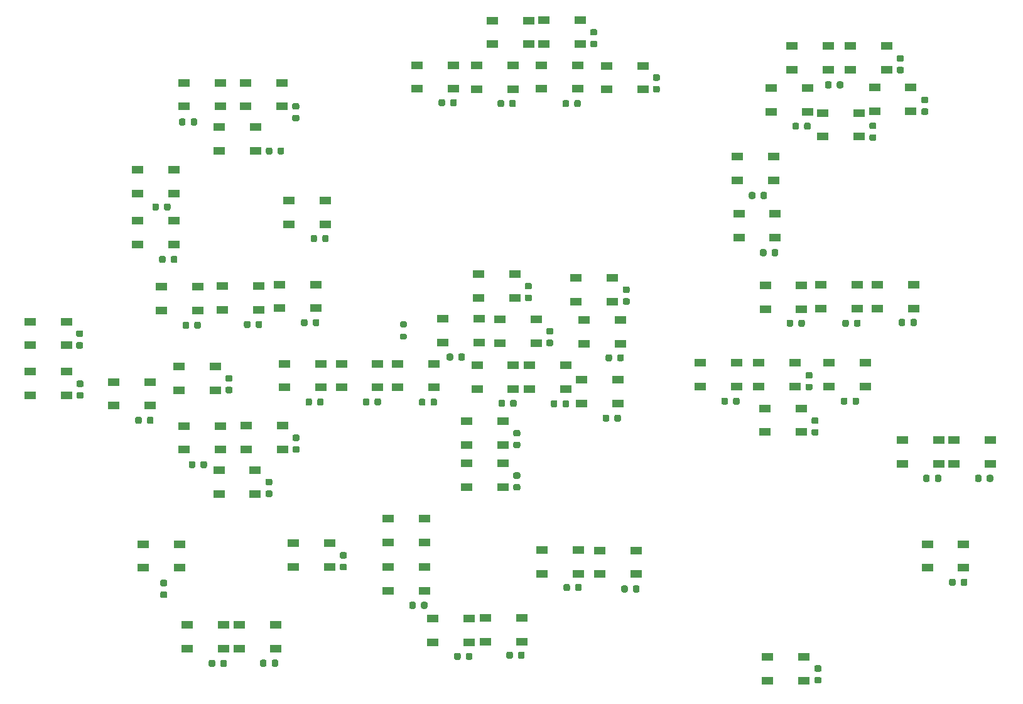
<source format=gbr>
G04 #@! TF.GenerationSoftware,KiCad,Pcbnew,(5.1.6)-1*
G04 #@! TF.CreationDate,2021-02-10T21:53:07+11:00*
G04 #@! TF.ProjectId,ECS Panel PCB V2,45435320-5061-46e6-956c-205043422056,rev?*
G04 #@! TF.SameCoordinates,Original*
G04 #@! TF.FileFunction,Paste,Top*
G04 #@! TF.FilePolarity,Positive*
%FSLAX46Y46*%
G04 Gerber Fmt 4.6, Leading zero omitted, Abs format (unit mm)*
G04 Created by KiCad (PCBNEW (5.1.6)-1) date 2021-02-10 21:53:07*
%MOMM*%
%LPD*%
G01*
G04 APERTURE LIST*
%ADD10R,1.500000X1.000000*%
G04 APERTURE END LIST*
D10*
G04 #@! TO.C,D8*
X49213600Y-82804200D03*
X49213600Y-86004200D03*
X54113600Y-82804200D03*
X54113600Y-86004200D03*
G04 #@! TD*
G04 #@! TO.C,C62*
G36*
G01*
X89043750Y-130862000D02*
X89556250Y-130862000D01*
G75*
G02*
X89775000Y-131080750I0J-218750D01*
G01*
X89775000Y-131518250D01*
G75*
G02*
X89556250Y-131737000I-218750J0D01*
G01*
X89043750Y-131737000D01*
G75*
G02*
X88825000Y-131518250I0J218750D01*
G01*
X88825000Y-131080750D01*
G75*
G02*
X89043750Y-130862000I218750J0D01*
G01*
G37*
G36*
G01*
X89043750Y-129287000D02*
X89556250Y-129287000D01*
G75*
G02*
X89775000Y-129505750I0J-218750D01*
G01*
X89775000Y-129943250D01*
G75*
G02*
X89556250Y-130162000I-218750J0D01*
G01*
X89043750Y-130162000D01*
G75*
G02*
X88825000Y-129943250I0J218750D01*
G01*
X88825000Y-129505750D01*
G75*
G02*
X89043750Y-129287000I218750J0D01*
G01*
G37*
G04 #@! TD*
G04 #@! TO.C,C61*
G36*
G01*
X89043750Y-125162000D02*
X89556250Y-125162000D01*
G75*
G02*
X89775000Y-125380750I0J-218750D01*
G01*
X89775000Y-125818250D01*
G75*
G02*
X89556250Y-126037000I-218750J0D01*
G01*
X89043750Y-126037000D01*
G75*
G02*
X88825000Y-125818250I0J218750D01*
G01*
X88825000Y-125380750D01*
G75*
G02*
X89043750Y-125162000I218750J0D01*
G01*
G37*
G36*
G01*
X89043750Y-123587000D02*
X89556250Y-123587000D01*
G75*
G02*
X89775000Y-123805750I0J-218750D01*
G01*
X89775000Y-124243250D01*
G75*
G02*
X89556250Y-124462000I-218750J0D01*
G01*
X89043750Y-124462000D01*
G75*
G02*
X88825000Y-124243250I0J218750D01*
G01*
X88825000Y-123805750D01*
G75*
G02*
X89043750Y-123587000I218750J0D01*
G01*
G37*
G04 #@! TD*
G04 #@! TO.C,C60*
G36*
G01*
X56262500Y-155256250D02*
X56262500Y-154743750D01*
G75*
G02*
X56481250Y-154525000I218750J0D01*
G01*
X56918750Y-154525000D01*
G75*
G02*
X57137500Y-154743750I0J-218750D01*
G01*
X57137500Y-155256250D01*
G75*
G02*
X56918750Y-155475000I-218750J0D01*
G01*
X56481250Y-155475000D01*
G75*
G02*
X56262500Y-155256250I0J218750D01*
G01*
G37*
G36*
G01*
X54687500Y-155256250D02*
X54687500Y-154743750D01*
G75*
G02*
X54906250Y-154525000I218750J0D01*
G01*
X55343750Y-154525000D01*
G75*
G02*
X55562500Y-154743750I0J-218750D01*
G01*
X55562500Y-155256250D01*
G75*
G02*
X55343750Y-155475000I-218750J0D01*
G01*
X54906250Y-155475000D01*
G75*
G02*
X54687500Y-155256250I0J218750D01*
G01*
G37*
G04 #@! TD*
G04 #@! TO.C,C59*
G36*
G01*
X123662000Y-99956250D02*
X123662000Y-99443750D01*
G75*
G02*
X123880750Y-99225000I218750J0D01*
G01*
X124318250Y-99225000D01*
G75*
G02*
X124537000Y-99443750I0J-218750D01*
G01*
X124537000Y-99956250D01*
G75*
G02*
X124318250Y-100175000I-218750J0D01*
G01*
X123880750Y-100175000D01*
G75*
G02*
X123662000Y-99956250I0J218750D01*
G01*
G37*
G36*
G01*
X122087000Y-99956250D02*
X122087000Y-99443750D01*
G75*
G02*
X122305750Y-99225000I218750J0D01*
G01*
X122743250Y-99225000D01*
G75*
G02*
X122962000Y-99443750I0J-218750D01*
G01*
X122962000Y-99956250D01*
G75*
G02*
X122743250Y-100175000I-218750J0D01*
G01*
X122305750Y-100175000D01*
G75*
G02*
X122087000Y-99956250I0J218750D01*
G01*
G37*
G04 #@! TD*
G04 #@! TO.C,C58*
G36*
G01*
X134762000Y-109456250D02*
X134762000Y-108943750D01*
G75*
G02*
X134980750Y-108725000I218750J0D01*
G01*
X135418250Y-108725000D01*
G75*
G02*
X135637000Y-108943750I0J-218750D01*
G01*
X135637000Y-109456250D01*
G75*
G02*
X135418250Y-109675000I-218750J0D01*
G01*
X134980750Y-109675000D01*
G75*
G02*
X134762000Y-109456250I0J218750D01*
G01*
G37*
G36*
G01*
X133187000Y-109456250D02*
X133187000Y-108943750D01*
G75*
G02*
X133405750Y-108725000I218750J0D01*
G01*
X133843250Y-108725000D01*
G75*
G02*
X134062000Y-108943750I0J-218750D01*
G01*
X134062000Y-109456250D01*
G75*
G02*
X133843250Y-109675000I-218750J0D01*
G01*
X133405750Y-109675000D01*
G75*
G02*
X133187000Y-109456250I0J218750D01*
G01*
G37*
G04 #@! TD*
G04 #@! TO.C,C57*
G36*
G01*
X142362000Y-109356250D02*
X142362000Y-108843750D01*
G75*
G02*
X142580750Y-108625000I218750J0D01*
G01*
X143018250Y-108625000D01*
G75*
G02*
X143237000Y-108843750I0J-218750D01*
G01*
X143237000Y-109356250D01*
G75*
G02*
X143018250Y-109575000I-218750J0D01*
G01*
X142580750Y-109575000D01*
G75*
G02*
X142362000Y-109356250I0J218750D01*
G01*
G37*
G36*
G01*
X140787000Y-109356250D02*
X140787000Y-108843750D01*
G75*
G02*
X141005750Y-108625000I218750J0D01*
G01*
X141443250Y-108625000D01*
G75*
G02*
X141662000Y-108843750I0J-218750D01*
G01*
X141662000Y-109356250D01*
G75*
G02*
X141443250Y-109575000I-218750J0D01*
G01*
X141005750Y-109575000D01*
G75*
G02*
X140787000Y-109356250I0J218750D01*
G01*
G37*
G04 #@! TD*
G04 #@! TO.C,C56*
G36*
G01*
X122162000Y-92256250D02*
X122162000Y-91743750D01*
G75*
G02*
X122380750Y-91525000I218750J0D01*
G01*
X122818250Y-91525000D01*
G75*
G02*
X123037000Y-91743750I0J-218750D01*
G01*
X123037000Y-92256250D01*
G75*
G02*
X122818250Y-92475000I-218750J0D01*
G01*
X122380750Y-92475000D01*
G75*
G02*
X122162000Y-92256250I0J218750D01*
G01*
G37*
G36*
G01*
X120587000Y-92256250D02*
X120587000Y-91743750D01*
G75*
G02*
X120805750Y-91525000I218750J0D01*
G01*
X121243250Y-91525000D01*
G75*
G02*
X121462000Y-91743750I0J-218750D01*
G01*
X121462000Y-92256250D01*
G75*
G02*
X121243250Y-92475000I-218750J0D01*
G01*
X120805750Y-92475000D01*
G75*
G02*
X120587000Y-92256250I0J218750D01*
G01*
G37*
G04 #@! TD*
G04 #@! TO.C,C55*
G36*
G01*
X137043750Y-83762500D02*
X137556250Y-83762500D01*
G75*
G02*
X137775000Y-83981250I0J-218750D01*
G01*
X137775000Y-84418750D01*
G75*
G02*
X137556250Y-84637500I-218750J0D01*
G01*
X137043750Y-84637500D01*
G75*
G02*
X136825000Y-84418750I0J218750D01*
G01*
X136825000Y-83981250D01*
G75*
G02*
X137043750Y-83762500I218750J0D01*
G01*
G37*
G36*
G01*
X137043750Y-82187500D02*
X137556250Y-82187500D01*
G75*
G02*
X137775000Y-82406250I0J-218750D01*
G01*
X137775000Y-82843750D01*
G75*
G02*
X137556250Y-83062500I-218750J0D01*
G01*
X137043750Y-83062500D01*
G75*
G02*
X136825000Y-82843750I0J218750D01*
G01*
X136825000Y-82406250D01*
G75*
G02*
X137043750Y-82187500I218750J0D01*
G01*
G37*
G04 #@! TD*
G04 #@! TO.C,C54*
G36*
G01*
X144043750Y-80262500D02*
X144556250Y-80262500D01*
G75*
G02*
X144775000Y-80481250I0J-218750D01*
G01*
X144775000Y-80918750D01*
G75*
G02*
X144556250Y-81137500I-218750J0D01*
G01*
X144043750Y-81137500D01*
G75*
G02*
X143825000Y-80918750I0J218750D01*
G01*
X143825000Y-80481250D01*
G75*
G02*
X144043750Y-80262500I218750J0D01*
G01*
G37*
G36*
G01*
X144043750Y-78687500D02*
X144556250Y-78687500D01*
G75*
G02*
X144775000Y-78906250I0J-218750D01*
G01*
X144775000Y-79343750D01*
G75*
G02*
X144556250Y-79562500I-218750J0D01*
G01*
X144043750Y-79562500D01*
G75*
G02*
X143825000Y-79343750I0J218750D01*
G01*
X143825000Y-78906250D01*
G75*
G02*
X144043750Y-78687500I218750J0D01*
G01*
G37*
G04 #@! TD*
G04 #@! TO.C,C53*
G36*
G01*
X140743750Y-74662500D02*
X141256250Y-74662500D01*
G75*
G02*
X141475000Y-74881250I0J-218750D01*
G01*
X141475000Y-75318750D01*
G75*
G02*
X141256250Y-75537500I-218750J0D01*
G01*
X140743750Y-75537500D01*
G75*
G02*
X140525000Y-75318750I0J218750D01*
G01*
X140525000Y-74881250D01*
G75*
G02*
X140743750Y-74662500I218750J0D01*
G01*
G37*
G36*
G01*
X140743750Y-73087500D02*
X141256250Y-73087500D01*
G75*
G02*
X141475000Y-73306250I0J-218750D01*
G01*
X141475000Y-73743750D01*
G75*
G02*
X141256250Y-73962500I-218750J0D01*
G01*
X140743750Y-73962500D01*
G75*
G02*
X140525000Y-73743750I0J218750D01*
G01*
X140525000Y-73306250D01*
G75*
G02*
X140743750Y-73087500I218750J0D01*
G01*
G37*
G04 #@! TD*
G04 #@! TO.C,C52*
G36*
G01*
X131738000Y-76843750D02*
X131738000Y-77356250D01*
G75*
G02*
X131519250Y-77575000I-218750J0D01*
G01*
X131081750Y-77575000D01*
G75*
G02*
X130863000Y-77356250I0J218750D01*
G01*
X130863000Y-76843750D01*
G75*
G02*
X131081750Y-76625000I218750J0D01*
G01*
X131519250Y-76625000D01*
G75*
G02*
X131738000Y-76843750I0J-218750D01*
G01*
G37*
G36*
G01*
X133313000Y-76843750D02*
X133313000Y-77356250D01*
G75*
G02*
X133094250Y-77575000I-218750J0D01*
G01*
X132656750Y-77575000D01*
G75*
G02*
X132438000Y-77356250I0J218750D01*
G01*
X132438000Y-76843750D01*
G75*
G02*
X132656750Y-76625000I218750J0D01*
G01*
X133094250Y-76625000D01*
G75*
G02*
X133313000Y-76843750I0J-218750D01*
G01*
G37*
G04 #@! TD*
G04 #@! TO.C,C51*
G36*
G01*
X127262000Y-109456250D02*
X127262000Y-108943750D01*
G75*
G02*
X127480750Y-108725000I218750J0D01*
G01*
X127918250Y-108725000D01*
G75*
G02*
X128137000Y-108943750I0J-218750D01*
G01*
X128137000Y-109456250D01*
G75*
G02*
X127918250Y-109675000I-218750J0D01*
G01*
X127480750Y-109675000D01*
G75*
G02*
X127262000Y-109456250I0J218750D01*
G01*
G37*
G36*
G01*
X125687000Y-109456250D02*
X125687000Y-108943750D01*
G75*
G02*
X125905750Y-108725000I218750J0D01*
G01*
X126343250Y-108725000D01*
G75*
G02*
X126562000Y-108943750I0J-218750D01*
G01*
X126562000Y-109456250D01*
G75*
G02*
X126343250Y-109675000I-218750J0D01*
G01*
X125905750Y-109675000D01*
G75*
G02*
X125687000Y-109456250I0J218750D01*
G01*
G37*
G04 #@! TD*
G04 #@! TO.C,C50*
G36*
G01*
X129643750Y-156862000D02*
X130156250Y-156862000D01*
G75*
G02*
X130375000Y-157080750I0J-218750D01*
G01*
X130375000Y-157518250D01*
G75*
G02*
X130156250Y-157737000I-218750J0D01*
G01*
X129643750Y-157737000D01*
G75*
G02*
X129425000Y-157518250I0J218750D01*
G01*
X129425000Y-157080750D01*
G75*
G02*
X129643750Y-156862000I218750J0D01*
G01*
G37*
G36*
G01*
X129643750Y-155287000D02*
X130156250Y-155287000D01*
G75*
G02*
X130375000Y-155505750I0J-218750D01*
G01*
X130375000Y-155943250D01*
G75*
G02*
X130156250Y-156162000I-218750J0D01*
G01*
X129643750Y-156162000D01*
G75*
G02*
X129425000Y-155943250I0J218750D01*
G01*
X129425000Y-155505750D01*
G75*
G02*
X129643750Y-155287000I218750J0D01*
G01*
G37*
G04 #@! TD*
G04 #@! TO.C,C49*
G36*
G01*
X149162000Y-144356250D02*
X149162000Y-143843750D01*
G75*
G02*
X149380750Y-143625000I218750J0D01*
G01*
X149818250Y-143625000D01*
G75*
G02*
X150037000Y-143843750I0J-218750D01*
G01*
X150037000Y-144356250D01*
G75*
G02*
X149818250Y-144575000I-218750J0D01*
G01*
X149380750Y-144575000D01*
G75*
G02*
X149162000Y-144356250I0J218750D01*
G01*
G37*
G36*
G01*
X147587000Y-144356250D02*
X147587000Y-143843750D01*
G75*
G02*
X147805750Y-143625000I218750J0D01*
G01*
X148243250Y-143625000D01*
G75*
G02*
X148462000Y-143843750I0J-218750D01*
G01*
X148462000Y-144356250D01*
G75*
G02*
X148243250Y-144575000I-218750J0D01*
G01*
X147805750Y-144575000D01*
G75*
G02*
X147587000Y-144356250I0J218750D01*
G01*
G37*
G04 #@! TD*
G04 #@! TO.C,C48*
G36*
G01*
X152662000Y-130356250D02*
X152662000Y-129843750D01*
G75*
G02*
X152880750Y-129625000I218750J0D01*
G01*
X153318250Y-129625000D01*
G75*
G02*
X153537000Y-129843750I0J-218750D01*
G01*
X153537000Y-130356250D01*
G75*
G02*
X153318250Y-130575000I-218750J0D01*
G01*
X152880750Y-130575000D01*
G75*
G02*
X152662000Y-130356250I0J218750D01*
G01*
G37*
G36*
G01*
X151087000Y-130356250D02*
X151087000Y-129843750D01*
G75*
G02*
X151305750Y-129625000I218750J0D01*
G01*
X151743250Y-129625000D01*
G75*
G02*
X151962000Y-129843750I0J-218750D01*
G01*
X151962000Y-130356250D01*
G75*
G02*
X151743250Y-130575000I-218750J0D01*
G01*
X151305750Y-130575000D01*
G75*
G02*
X151087000Y-130356250I0J218750D01*
G01*
G37*
G04 #@! TD*
G04 #@! TO.C,C47*
G36*
G01*
X134562000Y-119956250D02*
X134562000Y-119443750D01*
G75*
G02*
X134780750Y-119225000I218750J0D01*
G01*
X135218250Y-119225000D01*
G75*
G02*
X135437000Y-119443750I0J-218750D01*
G01*
X135437000Y-119956250D01*
G75*
G02*
X135218250Y-120175000I-218750J0D01*
G01*
X134780750Y-120175000D01*
G75*
G02*
X134562000Y-119956250I0J218750D01*
G01*
G37*
G36*
G01*
X132987000Y-119956250D02*
X132987000Y-119443750D01*
G75*
G02*
X133205750Y-119225000I218750J0D01*
G01*
X133643250Y-119225000D01*
G75*
G02*
X133862000Y-119443750I0J-218750D01*
G01*
X133862000Y-119956250D01*
G75*
G02*
X133643250Y-120175000I-218750J0D01*
G01*
X133205750Y-120175000D01*
G75*
G02*
X132987000Y-119956250I0J218750D01*
G01*
G37*
G04 #@! TD*
G04 #@! TO.C,C46*
G36*
G01*
X128443750Y-117362000D02*
X128956250Y-117362000D01*
G75*
G02*
X129175000Y-117580750I0J-218750D01*
G01*
X129175000Y-118018250D01*
G75*
G02*
X128956250Y-118237000I-218750J0D01*
G01*
X128443750Y-118237000D01*
G75*
G02*
X128225000Y-118018250I0J218750D01*
G01*
X128225000Y-117580750D01*
G75*
G02*
X128443750Y-117362000I218750J0D01*
G01*
G37*
G36*
G01*
X128443750Y-115787000D02*
X128956250Y-115787000D01*
G75*
G02*
X129175000Y-116005750I0J-218750D01*
G01*
X129175000Y-116443250D01*
G75*
G02*
X128956250Y-116662000I-218750J0D01*
G01*
X128443750Y-116662000D01*
G75*
G02*
X128225000Y-116443250I0J218750D01*
G01*
X128225000Y-116005750D01*
G75*
G02*
X128443750Y-115787000I218750J0D01*
G01*
G37*
G04 #@! TD*
G04 #@! TO.C,C45*
G36*
G01*
X145662000Y-130356250D02*
X145662000Y-129843750D01*
G75*
G02*
X145880750Y-129625000I218750J0D01*
G01*
X146318250Y-129625000D01*
G75*
G02*
X146537000Y-129843750I0J-218750D01*
G01*
X146537000Y-130356250D01*
G75*
G02*
X146318250Y-130575000I-218750J0D01*
G01*
X145880750Y-130575000D01*
G75*
G02*
X145662000Y-130356250I0J218750D01*
G01*
G37*
G36*
G01*
X144087000Y-130356250D02*
X144087000Y-129843750D01*
G75*
G02*
X144305750Y-129625000I218750J0D01*
G01*
X144743250Y-129625000D01*
G75*
G02*
X144962000Y-129843750I0J-218750D01*
G01*
X144962000Y-130356250D01*
G75*
G02*
X144743250Y-130575000I-218750J0D01*
G01*
X144305750Y-130575000D01*
G75*
G02*
X144087000Y-130356250I0J218750D01*
G01*
G37*
G04 #@! TD*
G04 #@! TO.C,C44*
G36*
G01*
X129243750Y-123462000D02*
X129756250Y-123462000D01*
G75*
G02*
X129975000Y-123680750I0J-218750D01*
G01*
X129975000Y-124118250D01*
G75*
G02*
X129756250Y-124337000I-218750J0D01*
G01*
X129243750Y-124337000D01*
G75*
G02*
X129025000Y-124118250I0J218750D01*
G01*
X129025000Y-123680750D01*
G75*
G02*
X129243750Y-123462000I218750J0D01*
G01*
G37*
G36*
G01*
X129243750Y-121887000D02*
X129756250Y-121887000D01*
G75*
G02*
X129975000Y-122105750I0J-218750D01*
G01*
X129975000Y-122543250D01*
G75*
G02*
X129756250Y-122762000I-218750J0D01*
G01*
X129243750Y-122762000D01*
G75*
G02*
X129025000Y-122543250I0J218750D01*
G01*
X129025000Y-122105750D01*
G75*
G02*
X129243750Y-121887000I218750J0D01*
G01*
G37*
G04 #@! TD*
G04 #@! TO.C,C43*
G36*
G01*
X118462000Y-119956250D02*
X118462000Y-119443750D01*
G75*
G02*
X118680750Y-119225000I218750J0D01*
G01*
X119118250Y-119225000D01*
G75*
G02*
X119337000Y-119443750I0J-218750D01*
G01*
X119337000Y-119956250D01*
G75*
G02*
X119118250Y-120175000I-218750J0D01*
G01*
X118680750Y-120175000D01*
G75*
G02*
X118462000Y-119956250I0J218750D01*
G01*
G37*
G36*
G01*
X116887000Y-119956250D02*
X116887000Y-119443750D01*
G75*
G02*
X117105750Y-119225000I218750J0D01*
G01*
X117543250Y-119225000D01*
G75*
G02*
X117762000Y-119443750I0J-218750D01*
G01*
X117762000Y-119956250D01*
G75*
G02*
X117543250Y-120175000I-218750J0D01*
G01*
X117105750Y-120175000D01*
G75*
G02*
X116887000Y-119956250I0J218750D01*
G01*
G37*
G04 #@! TD*
G04 #@! TO.C,C42*
G36*
G01*
X104962000Y-145256250D02*
X104962000Y-144743750D01*
G75*
G02*
X105180750Y-144525000I218750J0D01*
G01*
X105618250Y-144525000D01*
G75*
G02*
X105837000Y-144743750I0J-218750D01*
G01*
X105837000Y-145256250D01*
G75*
G02*
X105618250Y-145475000I-218750J0D01*
G01*
X105180750Y-145475000D01*
G75*
G02*
X104962000Y-145256250I0J218750D01*
G01*
G37*
G36*
G01*
X103387000Y-145256250D02*
X103387000Y-144743750D01*
G75*
G02*
X103605750Y-144525000I218750J0D01*
G01*
X104043250Y-144525000D01*
G75*
G02*
X104262000Y-144743750I0J-218750D01*
G01*
X104262000Y-145256250D01*
G75*
G02*
X104043250Y-145475000I-218750J0D01*
G01*
X103605750Y-145475000D01*
G75*
G02*
X103387000Y-145256250I0J218750D01*
G01*
G37*
G04 #@! TD*
G04 #@! TO.C,C41*
G36*
G01*
X97162500Y-145056250D02*
X97162500Y-144543750D01*
G75*
G02*
X97381250Y-144325000I218750J0D01*
G01*
X97818750Y-144325000D01*
G75*
G02*
X98037500Y-144543750I0J-218750D01*
G01*
X98037500Y-145056250D01*
G75*
G02*
X97818750Y-145275000I-218750J0D01*
G01*
X97381250Y-145275000D01*
G75*
G02*
X97162500Y-145056250I0J218750D01*
G01*
G37*
G36*
G01*
X95587500Y-145056250D02*
X95587500Y-144543750D01*
G75*
G02*
X95806250Y-144325000I218750J0D01*
G01*
X96243750Y-144325000D01*
G75*
G02*
X96462500Y-144543750I0J-218750D01*
G01*
X96462500Y-145056250D01*
G75*
G02*
X96243750Y-145275000I-218750J0D01*
G01*
X95806250Y-145275000D01*
G75*
G02*
X95587500Y-145056250I0J218750D01*
G01*
G37*
G04 #@! TD*
G04 #@! TO.C,C40*
G36*
G01*
X82432500Y-154336250D02*
X82432500Y-153823750D01*
G75*
G02*
X82651250Y-153605000I218750J0D01*
G01*
X83088750Y-153605000D01*
G75*
G02*
X83307500Y-153823750I0J-218750D01*
G01*
X83307500Y-154336250D01*
G75*
G02*
X83088750Y-154555000I-218750J0D01*
G01*
X82651250Y-154555000D01*
G75*
G02*
X82432500Y-154336250I0J218750D01*
G01*
G37*
G36*
G01*
X80857500Y-154336250D02*
X80857500Y-153823750D01*
G75*
G02*
X81076250Y-153605000I218750J0D01*
G01*
X81513750Y-153605000D01*
G75*
G02*
X81732500Y-153823750I0J-218750D01*
G01*
X81732500Y-154336250D01*
G75*
G02*
X81513750Y-154555000I-218750J0D01*
G01*
X81076250Y-154555000D01*
G75*
G02*
X80857500Y-154336250I0J218750D01*
G01*
G37*
G04 #@! TD*
G04 #@! TO.C,C39*
G36*
G01*
X89478500Y-154180250D02*
X89478500Y-153667750D01*
G75*
G02*
X89697250Y-153449000I218750J0D01*
G01*
X90134750Y-153449000D01*
G75*
G02*
X90353500Y-153667750I0J-218750D01*
G01*
X90353500Y-154180250D01*
G75*
G02*
X90134750Y-154399000I-218750J0D01*
G01*
X89697250Y-154399000D01*
G75*
G02*
X89478500Y-154180250I0J218750D01*
G01*
G37*
G36*
G01*
X87903500Y-154180250D02*
X87903500Y-153667750D01*
G75*
G02*
X88122250Y-153449000I218750J0D01*
G01*
X88559750Y-153449000D01*
G75*
G02*
X88778500Y-153667750I0J-218750D01*
G01*
X88778500Y-154180250D01*
G75*
G02*
X88559750Y-154399000I-218750J0D01*
G01*
X88122250Y-154399000D01*
G75*
G02*
X87903500Y-154180250I0J218750D01*
G01*
G37*
G04 #@! TD*
G04 #@! TO.C,C38*
G36*
G01*
X41956250Y-144637500D02*
X41443750Y-144637500D01*
G75*
G02*
X41225000Y-144418750I0J218750D01*
G01*
X41225000Y-143981250D01*
G75*
G02*
X41443750Y-143762500I218750J0D01*
G01*
X41956250Y-143762500D01*
G75*
G02*
X42175000Y-143981250I0J-218750D01*
G01*
X42175000Y-144418750D01*
G75*
G02*
X41956250Y-144637500I-218750J0D01*
G01*
G37*
G36*
G01*
X41956250Y-146212500D02*
X41443750Y-146212500D01*
G75*
G02*
X41225000Y-145993750I0J218750D01*
G01*
X41225000Y-145556250D01*
G75*
G02*
X41443750Y-145337500I218750J0D01*
G01*
X41956250Y-145337500D01*
G75*
G02*
X42175000Y-145556250I0J-218750D01*
G01*
X42175000Y-145993750D01*
G75*
G02*
X41956250Y-146212500I-218750J0D01*
G01*
G37*
G04 #@! TD*
G04 #@! TO.C,C37*
G36*
G01*
X49342500Y-155286250D02*
X49342500Y-154773750D01*
G75*
G02*
X49561250Y-154555000I218750J0D01*
G01*
X49998750Y-154555000D01*
G75*
G02*
X50217500Y-154773750I0J-218750D01*
G01*
X50217500Y-155286250D01*
G75*
G02*
X49998750Y-155505000I-218750J0D01*
G01*
X49561250Y-155505000D01*
G75*
G02*
X49342500Y-155286250I0J218750D01*
G01*
G37*
G36*
G01*
X47767500Y-155286250D02*
X47767500Y-154773750D01*
G75*
G02*
X47986250Y-154555000I218750J0D01*
G01*
X48423750Y-154555000D01*
G75*
G02*
X48642500Y-154773750I0J-218750D01*
G01*
X48642500Y-155286250D01*
G75*
G02*
X48423750Y-155505000I-218750J0D01*
G01*
X47986250Y-155505000D01*
G75*
G02*
X47767500Y-155286250I0J218750D01*
G01*
G37*
G04 #@! TD*
G04 #@! TO.C,C36*
G36*
G01*
X76382500Y-147456250D02*
X76382500Y-146943750D01*
G75*
G02*
X76601250Y-146725000I218750J0D01*
G01*
X77038750Y-146725000D01*
G75*
G02*
X77257500Y-146943750I0J-218750D01*
G01*
X77257500Y-147456250D01*
G75*
G02*
X77038750Y-147675000I-218750J0D01*
G01*
X76601250Y-147675000D01*
G75*
G02*
X76382500Y-147456250I0J218750D01*
G01*
G37*
G36*
G01*
X74807500Y-147456250D02*
X74807500Y-146943750D01*
G75*
G02*
X75026250Y-146725000I218750J0D01*
G01*
X75463750Y-146725000D01*
G75*
G02*
X75682500Y-146943750I0J-218750D01*
G01*
X75682500Y-147456250D01*
G75*
G02*
X75463750Y-147675000I-218750J0D01*
G01*
X75026250Y-147675000D01*
G75*
G02*
X74807500Y-147456250I0J218750D01*
G01*
G37*
G04 #@! TD*
G04 #@! TO.C,C35*
G36*
G01*
X65653750Y-141612000D02*
X66166250Y-141612000D01*
G75*
G02*
X66385000Y-141830750I0J-218750D01*
G01*
X66385000Y-142268250D01*
G75*
G02*
X66166250Y-142487000I-218750J0D01*
G01*
X65653750Y-142487000D01*
G75*
G02*
X65435000Y-142268250I0J218750D01*
G01*
X65435000Y-141830750D01*
G75*
G02*
X65653750Y-141612000I218750J0D01*
G01*
G37*
G36*
G01*
X65653750Y-140037000D02*
X66166250Y-140037000D01*
G75*
G02*
X66385000Y-140255750I0J-218750D01*
G01*
X66385000Y-140693250D01*
G75*
G02*
X66166250Y-140912000I-218750J0D01*
G01*
X65653750Y-140912000D01*
G75*
G02*
X65435000Y-140693250I0J218750D01*
G01*
X65435000Y-140255750D01*
G75*
G02*
X65653750Y-140037000I218750J0D01*
G01*
G37*
G04 #@! TD*
G04 #@! TO.C,C34*
G36*
G01*
X55623750Y-131742000D02*
X56136250Y-131742000D01*
G75*
G02*
X56355000Y-131960750I0J-218750D01*
G01*
X56355000Y-132398250D01*
G75*
G02*
X56136250Y-132617000I-218750J0D01*
G01*
X55623750Y-132617000D01*
G75*
G02*
X55405000Y-132398250I0J218750D01*
G01*
X55405000Y-131960750D01*
G75*
G02*
X55623750Y-131742000I218750J0D01*
G01*
G37*
G36*
G01*
X55623750Y-130167000D02*
X56136250Y-130167000D01*
G75*
G02*
X56355000Y-130385750I0J-218750D01*
G01*
X56355000Y-130823250D01*
G75*
G02*
X56136250Y-131042000I-218750J0D01*
G01*
X55623750Y-131042000D01*
G75*
G02*
X55405000Y-130823250I0J218750D01*
G01*
X55405000Y-130385750D01*
G75*
G02*
X55623750Y-130167000I218750J0D01*
G01*
G37*
G04 #@! TD*
G04 #@! TO.C,C33*
G36*
G01*
X59283750Y-125782000D02*
X59796250Y-125782000D01*
G75*
G02*
X60015000Y-126000750I0J-218750D01*
G01*
X60015000Y-126438250D01*
G75*
G02*
X59796250Y-126657000I-218750J0D01*
G01*
X59283750Y-126657000D01*
G75*
G02*
X59065000Y-126438250I0J218750D01*
G01*
X59065000Y-126000750D01*
G75*
G02*
X59283750Y-125782000I218750J0D01*
G01*
G37*
G36*
G01*
X59283750Y-124207000D02*
X59796250Y-124207000D01*
G75*
G02*
X60015000Y-124425750I0J-218750D01*
G01*
X60015000Y-124863250D01*
G75*
G02*
X59796250Y-125082000I-218750J0D01*
G01*
X59283750Y-125082000D01*
G75*
G02*
X59065000Y-124863250I0J218750D01*
G01*
X59065000Y-124425750D01*
G75*
G02*
X59283750Y-124207000I218750J0D01*
G01*
G37*
G04 #@! TD*
G04 #@! TO.C,C32*
G36*
G01*
X46652500Y-128506250D02*
X46652500Y-127993750D01*
G75*
G02*
X46871250Y-127775000I218750J0D01*
G01*
X47308750Y-127775000D01*
G75*
G02*
X47527500Y-127993750I0J-218750D01*
G01*
X47527500Y-128506250D01*
G75*
G02*
X47308750Y-128725000I-218750J0D01*
G01*
X46871250Y-128725000D01*
G75*
G02*
X46652500Y-128506250I0J218750D01*
G01*
G37*
G36*
G01*
X45077500Y-128506250D02*
X45077500Y-127993750D01*
G75*
G02*
X45296250Y-127775000I218750J0D01*
G01*
X45733750Y-127775000D01*
G75*
G02*
X45952500Y-127993750I0J-218750D01*
G01*
X45952500Y-128506250D01*
G75*
G02*
X45733750Y-128725000I-218750J0D01*
G01*
X45296250Y-128725000D01*
G75*
G02*
X45077500Y-128506250I0J218750D01*
G01*
G37*
G04 #@! TD*
G04 #@! TO.C,C31*
G36*
G01*
X128038000Y-82926250D02*
X128038000Y-82413750D01*
G75*
G02*
X128256750Y-82195000I218750J0D01*
G01*
X128694250Y-82195000D01*
G75*
G02*
X128913000Y-82413750I0J-218750D01*
G01*
X128913000Y-82926250D01*
G75*
G02*
X128694250Y-83145000I-218750J0D01*
G01*
X128256750Y-83145000D01*
G75*
G02*
X128038000Y-82926250I0J218750D01*
G01*
G37*
G36*
G01*
X126463000Y-82926250D02*
X126463000Y-82413750D01*
G75*
G02*
X126681750Y-82195000I218750J0D01*
G01*
X127119250Y-82195000D01*
G75*
G02*
X127338000Y-82413750I0J-218750D01*
G01*
X127338000Y-82926250D01*
G75*
G02*
X127119250Y-83145000I-218750J0D01*
G01*
X126681750Y-83145000D01*
G75*
G02*
X126463000Y-82926250I0J218750D01*
G01*
G37*
G04 #@! TD*
G04 #@! TO.C,C30*
G36*
G01*
X107863750Y-77252500D02*
X108376250Y-77252500D01*
G75*
G02*
X108595000Y-77471250I0J-218750D01*
G01*
X108595000Y-77908750D01*
G75*
G02*
X108376250Y-78127500I-218750J0D01*
G01*
X107863750Y-78127500D01*
G75*
G02*
X107645000Y-77908750I0J218750D01*
G01*
X107645000Y-77471250D01*
G75*
G02*
X107863750Y-77252500I218750J0D01*
G01*
G37*
G36*
G01*
X107863750Y-75677500D02*
X108376250Y-75677500D01*
G75*
G02*
X108595000Y-75896250I0J-218750D01*
G01*
X108595000Y-76333750D01*
G75*
G02*
X108376250Y-76552500I-218750J0D01*
G01*
X107863750Y-76552500D01*
G75*
G02*
X107645000Y-76333750I0J218750D01*
G01*
X107645000Y-75896250D01*
G75*
G02*
X107863750Y-75677500I218750J0D01*
G01*
G37*
G04 #@! TD*
G04 #@! TO.C,C29*
G36*
G01*
X99413750Y-71152500D02*
X99926250Y-71152500D01*
G75*
G02*
X100145000Y-71371250I0J-218750D01*
G01*
X100145000Y-71808750D01*
G75*
G02*
X99926250Y-72027500I-218750J0D01*
G01*
X99413750Y-72027500D01*
G75*
G02*
X99195000Y-71808750I0J218750D01*
G01*
X99195000Y-71371250D01*
G75*
G02*
X99413750Y-71152500I218750J0D01*
G01*
G37*
G36*
G01*
X99413750Y-69577500D02*
X99926250Y-69577500D01*
G75*
G02*
X100145000Y-69796250I0J-218750D01*
G01*
X100145000Y-70233750D01*
G75*
G02*
X99926250Y-70452500I-218750J0D01*
G01*
X99413750Y-70452500D01*
G75*
G02*
X99195000Y-70233750I0J218750D01*
G01*
X99195000Y-69796250D01*
G75*
G02*
X99413750Y-69577500I218750J0D01*
G01*
G37*
G04 #@! TD*
G04 #@! TO.C,C28*
G36*
G01*
X97042500Y-79886250D02*
X97042500Y-79373750D01*
G75*
G02*
X97261250Y-79155000I218750J0D01*
G01*
X97698750Y-79155000D01*
G75*
G02*
X97917500Y-79373750I0J-218750D01*
G01*
X97917500Y-79886250D01*
G75*
G02*
X97698750Y-80105000I-218750J0D01*
G01*
X97261250Y-80105000D01*
G75*
G02*
X97042500Y-79886250I0J218750D01*
G01*
G37*
G36*
G01*
X95467500Y-79886250D02*
X95467500Y-79373750D01*
G75*
G02*
X95686250Y-79155000I218750J0D01*
G01*
X96123750Y-79155000D01*
G75*
G02*
X96342500Y-79373750I0J-218750D01*
G01*
X96342500Y-79886250D01*
G75*
G02*
X96123750Y-80105000I-218750J0D01*
G01*
X95686250Y-80105000D01*
G75*
G02*
X95467500Y-79886250I0J218750D01*
G01*
G37*
G04 #@! TD*
G04 #@! TO.C,C27*
G36*
G01*
X88292500Y-79866250D02*
X88292500Y-79353750D01*
G75*
G02*
X88511250Y-79135000I218750J0D01*
G01*
X88948750Y-79135000D01*
G75*
G02*
X89167500Y-79353750I0J-218750D01*
G01*
X89167500Y-79866250D01*
G75*
G02*
X88948750Y-80085000I-218750J0D01*
G01*
X88511250Y-80085000D01*
G75*
G02*
X88292500Y-79866250I0J218750D01*
G01*
G37*
G36*
G01*
X86717500Y-79866250D02*
X86717500Y-79353750D01*
G75*
G02*
X86936250Y-79135000I218750J0D01*
G01*
X87373750Y-79135000D01*
G75*
G02*
X87592500Y-79353750I0J-218750D01*
G01*
X87592500Y-79866250D01*
G75*
G02*
X87373750Y-80085000I-218750J0D01*
G01*
X86936250Y-80085000D01*
G75*
G02*
X86717500Y-79866250I0J218750D01*
G01*
G37*
G04 #@! TD*
G04 #@! TO.C,C26*
G36*
G01*
X80332500Y-79756250D02*
X80332500Y-79243750D01*
G75*
G02*
X80551250Y-79025000I218750J0D01*
G01*
X80988750Y-79025000D01*
G75*
G02*
X81207500Y-79243750I0J-218750D01*
G01*
X81207500Y-79756250D01*
G75*
G02*
X80988750Y-79975000I-218750J0D01*
G01*
X80551250Y-79975000D01*
G75*
G02*
X80332500Y-79756250I0J218750D01*
G01*
G37*
G36*
G01*
X78757500Y-79756250D02*
X78757500Y-79243750D01*
G75*
G02*
X78976250Y-79025000I218750J0D01*
G01*
X79413750Y-79025000D01*
G75*
G02*
X79632500Y-79243750I0J-218750D01*
G01*
X79632500Y-79756250D01*
G75*
G02*
X79413750Y-79975000I-218750J0D01*
G01*
X78976250Y-79975000D01*
G75*
G02*
X78757500Y-79756250I0J218750D01*
G01*
G37*
G04 #@! TD*
G04 #@! TO.C,C25*
G36*
G01*
X81422500Y-114016250D02*
X81422500Y-113503750D01*
G75*
G02*
X81641250Y-113285000I218750J0D01*
G01*
X82078750Y-113285000D01*
G75*
G02*
X82297500Y-113503750I0J-218750D01*
G01*
X82297500Y-114016250D01*
G75*
G02*
X82078750Y-114235000I-218750J0D01*
G01*
X81641250Y-114235000D01*
G75*
G02*
X81422500Y-114016250I0J218750D01*
G01*
G37*
G36*
G01*
X79847500Y-114016250D02*
X79847500Y-113503750D01*
G75*
G02*
X80066250Y-113285000I218750J0D01*
G01*
X80503750Y-113285000D01*
G75*
G02*
X80722500Y-113503750I0J-218750D01*
G01*
X80722500Y-114016250D01*
G75*
G02*
X80503750Y-114235000I-218750J0D01*
G01*
X80066250Y-114235000D01*
G75*
G02*
X79847500Y-114016250I0J218750D01*
G01*
G37*
G04 #@! TD*
G04 #@! TO.C,C24*
G36*
G01*
X93493750Y-111418000D02*
X94006250Y-111418000D01*
G75*
G02*
X94225000Y-111636750I0J-218750D01*
G01*
X94225000Y-112074250D01*
G75*
G02*
X94006250Y-112293000I-218750J0D01*
G01*
X93493750Y-112293000D01*
G75*
G02*
X93275000Y-112074250I0J218750D01*
G01*
X93275000Y-111636750D01*
G75*
G02*
X93493750Y-111418000I218750J0D01*
G01*
G37*
G36*
G01*
X93493750Y-109843000D02*
X94006250Y-109843000D01*
G75*
G02*
X94225000Y-110061750I0J-218750D01*
G01*
X94225000Y-110499250D01*
G75*
G02*
X94006250Y-110718000I-218750J0D01*
G01*
X93493750Y-110718000D01*
G75*
G02*
X93275000Y-110499250I0J218750D01*
G01*
X93275000Y-110061750D01*
G75*
G02*
X93493750Y-109843000I218750J0D01*
G01*
G37*
G04 #@! TD*
G04 #@! TO.C,C23*
G36*
G01*
X90603750Y-105352000D02*
X91116250Y-105352000D01*
G75*
G02*
X91335000Y-105570750I0J-218750D01*
G01*
X91335000Y-106008250D01*
G75*
G02*
X91116250Y-106227000I-218750J0D01*
G01*
X90603750Y-106227000D01*
G75*
G02*
X90385000Y-106008250I0J218750D01*
G01*
X90385000Y-105570750D01*
G75*
G02*
X90603750Y-105352000I218750J0D01*
G01*
G37*
G36*
G01*
X90603750Y-103777000D02*
X91116250Y-103777000D01*
G75*
G02*
X91335000Y-103995750I0J-218750D01*
G01*
X91335000Y-104433250D01*
G75*
G02*
X91116250Y-104652000I-218750J0D01*
G01*
X90603750Y-104652000D01*
G75*
G02*
X90385000Y-104433250I0J218750D01*
G01*
X90385000Y-103995750D01*
G75*
G02*
X90603750Y-103777000I218750J0D01*
G01*
G37*
G04 #@! TD*
G04 #@! TO.C,C22*
G36*
G01*
X103793750Y-105832000D02*
X104306250Y-105832000D01*
G75*
G02*
X104525000Y-106050750I0J-218750D01*
G01*
X104525000Y-106488250D01*
G75*
G02*
X104306250Y-106707000I-218750J0D01*
G01*
X103793750Y-106707000D01*
G75*
G02*
X103575000Y-106488250I0J218750D01*
G01*
X103575000Y-106050750D01*
G75*
G02*
X103793750Y-105832000I218750J0D01*
G01*
G37*
G36*
G01*
X103793750Y-104257000D02*
X104306250Y-104257000D01*
G75*
G02*
X104525000Y-104475750I0J-218750D01*
G01*
X104525000Y-104913250D01*
G75*
G02*
X104306250Y-105132000I-218750J0D01*
G01*
X103793750Y-105132000D01*
G75*
G02*
X103575000Y-104913250I0J218750D01*
G01*
X103575000Y-104475750D01*
G75*
G02*
X103793750Y-104257000I218750J0D01*
G01*
G37*
G04 #@! TD*
G04 #@! TO.C,C21*
G36*
G01*
X102460000Y-122246250D02*
X102460000Y-121733750D01*
G75*
G02*
X102678750Y-121515000I218750J0D01*
G01*
X103116250Y-121515000D01*
G75*
G02*
X103335000Y-121733750I0J-218750D01*
G01*
X103335000Y-122246250D01*
G75*
G02*
X103116250Y-122465000I-218750J0D01*
G01*
X102678750Y-122465000D01*
G75*
G02*
X102460000Y-122246250I0J218750D01*
G01*
G37*
G36*
G01*
X100885000Y-122246250D02*
X100885000Y-121733750D01*
G75*
G02*
X101103750Y-121515000I218750J0D01*
G01*
X101541250Y-121515000D01*
G75*
G02*
X101760000Y-121733750I0J-218750D01*
G01*
X101760000Y-122246250D01*
G75*
G02*
X101541250Y-122465000I-218750J0D01*
G01*
X101103750Y-122465000D01*
G75*
G02*
X100885000Y-122246250I0J218750D01*
G01*
G37*
G04 #@! TD*
G04 #@! TO.C,C20*
G36*
G01*
X102842000Y-114116250D02*
X102842000Y-113603750D01*
G75*
G02*
X103060750Y-113385000I218750J0D01*
G01*
X103498250Y-113385000D01*
G75*
G02*
X103717000Y-113603750I0J-218750D01*
G01*
X103717000Y-114116250D01*
G75*
G02*
X103498250Y-114335000I-218750J0D01*
G01*
X103060750Y-114335000D01*
G75*
G02*
X102842000Y-114116250I0J218750D01*
G01*
G37*
G36*
G01*
X101267000Y-114116250D02*
X101267000Y-113603750D01*
G75*
G02*
X101485750Y-113385000I218750J0D01*
G01*
X101923250Y-113385000D01*
G75*
G02*
X102142000Y-113603750I0J-218750D01*
G01*
X102142000Y-114116250D01*
G75*
G02*
X101923250Y-114335000I-218750J0D01*
G01*
X101485750Y-114335000D01*
G75*
G02*
X101267000Y-114116250I0J218750D01*
G01*
G37*
G04 #@! TD*
G04 #@! TO.C,C19*
G36*
G01*
X95460000Y-120316250D02*
X95460000Y-119803750D01*
G75*
G02*
X95678750Y-119585000I218750J0D01*
G01*
X96116250Y-119585000D01*
G75*
G02*
X96335000Y-119803750I0J-218750D01*
G01*
X96335000Y-120316250D01*
G75*
G02*
X96116250Y-120535000I-218750J0D01*
G01*
X95678750Y-120535000D01*
G75*
G02*
X95460000Y-120316250I0J218750D01*
G01*
G37*
G36*
G01*
X93885000Y-120316250D02*
X93885000Y-119803750D01*
G75*
G02*
X94103750Y-119585000I218750J0D01*
G01*
X94541250Y-119585000D01*
G75*
G02*
X94760000Y-119803750I0J-218750D01*
G01*
X94760000Y-120316250D01*
G75*
G02*
X94541250Y-120535000I-218750J0D01*
G01*
X94103750Y-120535000D01*
G75*
G02*
X93885000Y-120316250I0J218750D01*
G01*
G37*
G04 #@! TD*
G04 #@! TO.C,C18*
G36*
G01*
X88402500Y-120246250D02*
X88402500Y-119733750D01*
G75*
G02*
X88621250Y-119515000I218750J0D01*
G01*
X89058750Y-119515000D01*
G75*
G02*
X89277500Y-119733750I0J-218750D01*
G01*
X89277500Y-120246250D01*
G75*
G02*
X89058750Y-120465000I-218750J0D01*
G01*
X88621250Y-120465000D01*
G75*
G02*
X88402500Y-120246250I0J218750D01*
G01*
G37*
G36*
G01*
X86827500Y-120246250D02*
X86827500Y-119733750D01*
G75*
G02*
X87046250Y-119515000I218750J0D01*
G01*
X87483750Y-119515000D01*
G75*
G02*
X87702500Y-119733750I0J-218750D01*
G01*
X87702500Y-120246250D01*
G75*
G02*
X87483750Y-120465000I-218750J0D01*
G01*
X87046250Y-120465000D01*
G75*
G02*
X86827500Y-120246250I0J218750D01*
G01*
G37*
G04 #@! TD*
G04 #@! TO.C,C17*
G36*
G01*
X77672500Y-120096250D02*
X77672500Y-119583750D01*
G75*
G02*
X77891250Y-119365000I218750J0D01*
G01*
X78328750Y-119365000D01*
G75*
G02*
X78547500Y-119583750I0J-218750D01*
G01*
X78547500Y-120096250D01*
G75*
G02*
X78328750Y-120315000I-218750J0D01*
G01*
X77891250Y-120315000D01*
G75*
G02*
X77672500Y-120096250I0J218750D01*
G01*
G37*
G36*
G01*
X76097500Y-120096250D02*
X76097500Y-119583750D01*
G75*
G02*
X76316250Y-119365000I218750J0D01*
G01*
X76753750Y-119365000D01*
G75*
G02*
X76972500Y-119583750I0J-218750D01*
G01*
X76972500Y-120096250D01*
G75*
G02*
X76753750Y-120315000I-218750J0D01*
G01*
X76316250Y-120315000D01*
G75*
G02*
X76097500Y-120096250I0J218750D01*
G01*
G37*
G04 #@! TD*
G04 #@! TO.C,C16*
G36*
G01*
X70112500Y-120066250D02*
X70112500Y-119553750D01*
G75*
G02*
X70331250Y-119335000I218750J0D01*
G01*
X70768750Y-119335000D01*
G75*
G02*
X70987500Y-119553750I0J-218750D01*
G01*
X70987500Y-120066250D01*
G75*
G02*
X70768750Y-120285000I-218750J0D01*
G01*
X70331250Y-120285000D01*
G75*
G02*
X70112500Y-120066250I0J218750D01*
G01*
G37*
G36*
G01*
X68537500Y-120066250D02*
X68537500Y-119553750D01*
G75*
G02*
X68756250Y-119335000I218750J0D01*
G01*
X69193750Y-119335000D01*
G75*
G02*
X69412500Y-119553750I0J-218750D01*
G01*
X69412500Y-120066250D01*
G75*
G02*
X69193750Y-120285000I-218750J0D01*
G01*
X68756250Y-120285000D01*
G75*
G02*
X68537500Y-120066250I0J218750D01*
G01*
G37*
G04 #@! TD*
G04 #@! TO.C,C15*
G36*
G01*
X62392500Y-120076250D02*
X62392500Y-119563750D01*
G75*
G02*
X62611250Y-119345000I218750J0D01*
G01*
X63048750Y-119345000D01*
G75*
G02*
X63267500Y-119563750I0J-218750D01*
G01*
X63267500Y-120076250D01*
G75*
G02*
X63048750Y-120295000I-218750J0D01*
G01*
X62611250Y-120295000D01*
G75*
G02*
X62392500Y-120076250I0J218750D01*
G01*
G37*
G36*
G01*
X60817500Y-120076250D02*
X60817500Y-119563750D01*
G75*
G02*
X61036250Y-119345000I218750J0D01*
G01*
X61473750Y-119345000D01*
G75*
G02*
X61692500Y-119563750I0J-218750D01*
G01*
X61692500Y-120076250D01*
G75*
G02*
X61473750Y-120295000I-218750J0D01*
G01*
X61036250Y-120295000D01*
G75*
G02*
X60817500Y-120076250I0J218750D01*
G01*
G37*
G04 #@! TD*
G04 #@! TO.C,C14*
G36*
G01*
X50233750Y-117762000D02*
X50746250Y-117762000D01*
G75*
G02*
X50965000Y-117980750I0J-218750D01*
G01*
X50965000Y-118418250D01*
G75*
G02*
X50746250Y-118637000I-218750J0D01*
G01*
X50233750Y-118637000D01*
G75*
G02*
X50015000Y-118418250I0J218750D01*
G01*
X50015000Y-117980750D01*
G75*
G02*
X50233750Y-117762000I218750J0D01*
G01*
G37*
G36*
G01*
X50233750Y-116187000D02*
X50746250Y-116187000D01*
G75*
G02*
X50965000Y-116405750I0J-218750D01*
G01*
X50965000Y-116843250D01*
G75*
G02*
X50746250Y-117062000I-218750J0D01*
G01*
X50233750Y-117062000D01*
G75*
G02*
X50015000Y-116843250I0J218750D01*
G01*
X50015000Y-116405750D01*
G75*
G02*
X50233750Y-116187000I218750J0D01*
G01*
G37*
G04 #@! TD*
G04 #@! TO.C,C13*
G36*
G01*
X39442500Y-122536250D02*
X39442500Y-122023750D01*
G75*
G02*
X39661250Y-121805000I218750J0D01*
G01*
X40098750Y-121805000D01*
G75*
G02*
X40317500Y-122023750I0J-218750D01*
G01*
X40317500Y-122536250D01*
G75*
G02*
X40098750Y-122755000I-218750J0D01*
G01*
X39661250Y-122755000D01*
G75*
G02*
X39442500Y-122536250I0J218750D01*
G01*
G37*
G36*
G01*
X37867500Y-122536250D02*
X37867500Y-122023750D01*
G75*
G02*
X38086250Y-121805000I218750J0D01*
G01*
X38523750Y-121805000D01*
G75*
G02*
X38742500Y-122023750I0J-218750D01*
G01*
X38742500Y-122536250D01*
G75*
G02*
X38523750Y-122755000I-218750J0D01*
G01*
X38086250Y-122755000D01*
G75*
G02*
X37867500Y-122536250I0J218750D01*
G01*
G37*
G04 #@! TD*
G04 #@! TO.C,C12*
G36*
G01*
X54092500Y-109636250D02*
X54092500Y-109123750D01*
G75*
G02*
X54311250Y-108905000I218750J0D01*
G01*
X54748750Y-108905000D01*
G75*
G02*
X54967500Y-109123750I0J-218750D01*
G01*
X54967500Y-109636250D01*
G75*
G02*
X54748750Y-109855000I-218750J0D01*
G01*
X54311250Y-109855000D01*
G75*
G02*
X54092500Y-109636250I0J218750D01*
G01*
G37*
G36*
G01*
X52517500Y-109636250D02*
X52517500Y-109123750D01*
G75*
G02*
X52736250Y-108905000I218750J0D01*
G01*
X53173750Y-108905000D01*
G75*
G02*
X53392500Y-109123750I0J-218750D01*
G01*
X53392500Y-109636250D01*
G75*
G02*
X53173750Y-109855000I-218750J0D01*
G01*
X52736250Y-109855000D01*
G75*
G02*
X52517500Y-109636250I0J218750D01*
G01*
G37*
G04 #@! TD*
G04 #@! TO.C,C11*
G36*
G01*
X63072500Y-98056250D02*
X63072500Y-97543750D01*
G75*
G02*
X63291250Y-97325000I218750J0D01*
G01*
X63728750Y-97325000D01*
G75*
G02*
X63947500Y-97543750I0J-218750D01*
G01*
X63947500Y-98056250D01*
G75*
G02*
X63728750Y-98275000I-218750J0D01*
G01*
X63291250Y-98275000D01*
G75*
G02*
X63072500Y-98056250I0J218750D01*
G01*
G37*
G36*
G01*
X61497500Y-98056250D02*
X61497500Y-97543750D01*
G75*
G02*
X61716250Y-97325000I218750J0D01*
G01*
X62153750Y-97325000D01*
G75*
G02*
X62372500Y-97543750I0J-218750D01*
G01*
X62372500Y-98056250D01*
G75*
G02*
X62153750Y-98275000I-218750J0D01*
G01*
X61716250Y-98275000D01*
G75*
G02*
X61497500Y-98056250I0J218750D01*
G01*
G37*
G04 #@! TD*
G04 #@! TO.C,C10*
G36*
G01*
X61792500Y-109386250D02*
X61792500Y-108873750D01*
G75*
G02*
X62011250Y-108655000I218750J0D01*
G01*
X62448750Y-108655000D01*
G75*
G02*
X62667500Y-108873750I0J-218750D01*
G01*
X62667500Y-109386250D01*
G75*
G02*
X62448750Y-109605000I-218750J0D01*
G01*
X62011250Y-109605000D01*
G75*
G02*
X61792500Y-109386250I0J218750D01*
G01*
G37*
G36*
G01*
X60217500Y-109386250D02*
X60217500Y-108873750D01*
G75*
G02*
X60436250Y-108655000I218750J0D01*
G01*
X60873750Y-108655000D01*
G75*
G02*
X61092500Y-108873750I0J-218750D01*
G01*
X61092500Y-109386250D01*
G75*
G02*
X60873750Y-109605000I-218750J0D01*
G01*
X60436250Y-109605000D01*
G75*
G02*
X60217500Y-109386250I0J218750D01*
G01*
G37*
G04 #@! TD*
G04 #@! TO.C,C9*
G36*
G01*
X45822500Y-109726250D02*
X45822500Y-109213750D01*
G75*
G02*
X46041250Y-108995000I218750J0D01*
G01*
X46478750Y-108995000D01*
G75*
G02*
X46697500Y-109213750I0J-218750D01*
G01*
X46697500Y-109726250D01*
G75*
G02*
X46478750Y-109945000I-218750J0D01*
G01*
X46041250Y-109945000D01*
G75*
G02*
X45822500Y-109726250I0J218750D01*
G01*
G37*
G36*
G01*
X44247500Y-109726250D02*
X44247500Y-109213750D01*
G75*
G02*
X44466250Y-108995000I218750J0D01*
G01*
X44903750Y-108995000D01*
G75*
G02*
X45122500Y-109213750I0J-218750D01*
G01*
X45122500Y-109726250D01*
G75*
G02*
X44903750Y-109945000I-218750J0D01*
G01*
X44466250Y-109945000D01*
G75*
G02*
X44247500Y-109726250I0J218750D01*
G01*
G37*
G04 #@! TD*
G04 #@! TO.C,C8*
G36*
G01*
X30163750Y-118502000D02*
X30676250Y-118502000D01*
G75*
G02*
X30895000Y-118720750I0J-218750D01*
G01*
X30895000Y-119158250D01*
G75*
G02*
X30676250Y-119377000I-218750J0D01*
G01*
X30163750Y-119377000D01*
G75*
G02*
X29945000Y-119158250I0J218750D01*
G01*
X29945000Y-118720750D01*
G75*
G02*
X30163750Y-118502000I218750J0D01*
G01*
G37*
G36*
G01*
X30163750Y-116927000D02*
X30676250Y-116927000D01*
G75*
G02*
X30895000Y-117145750I0J-218750D01*
G01*
X30895000Y-117583250D01*
G75*
G02*
X30676250Y-117802000I-218750J0D01*
G01*
X30163750Y-117802000D01*
G75*
G02*
X29945000Y-117583250I0J218750D01*
G01*
X29945000Y-117145750D01*
G75*
G02*
X30163750Y-116927000I218750J0D01*
G01*
G37*
G04 #@! TD*
G04 #@! TO.C,C7*
G36*
G01*
X30103750Y-111752000D02*
X30616250Y-111752000D01*
G75*
G02*
X30835000Y-111970750I0J-218750D01*
G01*
X30835000Y-112408250D01*
G75*
G02*
X30616250Y-112627000I-218750J0D01*
G01*
X30103750Y-112627000D01*
G75*
G02*
X29885000Y-112408250I0J218750D01*
G01*
X29885000Y-111970750D01*
G75*
G02*
X30103750Y-111752000I218750J0D01*
G01*
G37*
G36*
G01*
X30103750Y-110177000D02*
X30616250Y-110177000D01*
G75*
G02*
X30835000Y-110395750I0J-218750D01*
G01*
X30835000Y-110833250D01*
G75*
G02*
X30616250Y-111052000I-218750J0D01*
G01*
X30103750Y-111052000D01*
G75*
G02*
X29885000Y-110833250I0J218750D01*
G01*
X29885000Y-110395750D01*
G75*
G02*
X30103750Y-110177000I218750J0D01*
G01*
G37*
G04 #@! TD*
G04 #@! TO.C,C6*
G36*
G01*
X42652500Y-100866250D02*
X42652500Y-100353750D01*
G75*
G02*
X42871250Y-100135000I218750J0D01*
G01*
X43308750Y-100135000D01*
G75*
G02*
X43527500Y-100353750I0J-218750D01*
G01*
X43527500Y-100866250D01*
G75*
G02*
X43308750Y-101085000I-218750J0D01*
G01*
X42871250Y-101085000D01*
G75*
G02*
X42652500Y-100866250I0J218750D01*
G01*
G37*
G36*
G01*
X41077500Y-100866250D02*
X41077500Y-100353750D01*
G75*
G02*
X41296250Y-100135000I218750J0D01*
G01*
X41733750Y-100135000D01*
G75*
G02*
X41952500Y-100353750I0J-218750D01*
G01*
X41952500Y-100866250D01*
G75*
G02*
X41733750Y-101085000I-218750J0D01*
G01*
X41296250Y-101085000D01*
G75*
G02*
X41077500Y-100866250I0J218750D01*
G01*
G37*
G04 #@! TD*
G04 #@! TO.C,C5*
G36*
G01*
X41742500Y-93796250D02*
X41742500Y-93283750D01*
G75*
G02*
X41961250Y-93065000I218750J0D01*
G01*
X42398750Y-93065000D01*
G75*
G02*
X42617500Y-93283750I0J-218750D01*
G01*
X42617500Y-93796250D01*
G75*
G02*
X42398750Y-94015000I-218750J0D01*
G01*
X41961250Y-94015000D01*
G75*
G02*
X41742500Y-93796250I0J218750D01*
G01*
G37*
G36*
G01*
X40167500Y-93796250D02*
X40167500Y-93283750D01*
G75*
G02*
X40386250Y-93065000I218750J0D01*
G01*
X40823750Y-93065000D01*
G75*
G02*
X41042500Y-93283750I0J-218750D01*
G01*
X41042500Y-93796250D01*
G75*
G02*
X40823750Y-94015000I-218750J0D01*
G01*
X40386250Y-94015000D01*
G75*
G02*
X40167500Y-93796250I0J218750D01*
G01*
G37*
G04 #@! TD*
G04 #@! TO.C,C4*
G36*
G01*
X56350000Y-85743750D02*
X56350000Y-86256250D01*
G75*
G02*
X56131250Y-86475000I-218750J0D01*
G01*
X55693750Y-86475000D01*
G75*
G02*
X55475000Y-86256250I0J218750D01*
G01*
X55475000Y-85743750D01*
G75*
G02*
X55693750Y-85525000I218750J0D01*
G01*
X56131250Y-85525000D01*
G75*
G02*
X56350000Y-85743750I0J-218750D01*
G01*
G37*
G36*
G01*
X57925000Y-85743750D02*
X57925000Y-86256250D01*
G75*
G02*
X57706250Y-86475000I-218750J0D01*
G01*
X57268750Y-86475000D01*
G75*
G02*
X57050000Y-86256250I0J218750D01*
G01*
X57050000Y-85743750D01*
G75*
G02*
X57268750Y-85525000I218750J0D01*
G01*
X57706250Y-85525000D01*
G75*
G02*
X57925000Y-85743750I0J-218750D01*
G01*
G37*
G04 #@! TD*
G04 #@! TO.C,C3*
G36*
G01*
X59756250Y-80437500D02*
X59243750Y-80437500D01*
G75*
G02*
X59025000Y-80218750I0J218750D01*
G01*
X59025000Y-79781250D01*
G75*
G02*
X59243750Y-79562500I218750J0D01*
G01*
X59756250Y-79562500D01*
G75*
G02*
X59975000Y-79781250I0J-218750D01*
G01*
X59975000Y-80218750D01*
G75*
G02*
X59756250Y-80437500I-218750J0D01*
G01*
G37*
G36*
G01*
X59756250Y-82012500D02*
X59243750Y-82012500D01*
G75*
G02*
X59025000Y-81793750I0J218750D01*
G01*
X59025000Y-81356250D01*
G75*
G02*
X59243750Y-81137500I218750J0D01*
G01*
X59756250Y-81137500D01*
G75*
G02*
X59975000Y-81356250I0J-218750D01*
G01*
X59975000Y-81793750D01*
G75*
G02*
X59756250Y-82012500I-218750J0D01*
G01*
G37*
G04 #@! TD*
G04 #@! TO.C,C2*
G36*
G01*
X45337500Y-82356250D02*
X45337500Y-81843750D01*
G75*
G02*
X45556250Y-81625000I218750J0D01*
G01*
X45993750Y-81625000D01*
G75*
G02*
X46212500Y-81843750I0J-218750D01*
G01*
X46212500Y-82356250D01*
G75*
G02*
X45993750Y-82575000I-218750J0D01*
G01*
X45556250Y-82575000D01*
G75*
G02*
X45337500Y-82356250I0J218750D01*
G01*
G37*
G36*
G01*
X43762500Y-82356250D02*
X43762500Y-81843750D01*
G75*
G02*
X43981250Y-81625000I218750J0D01*
G01*
X44418750Y-81625000D01*
G75*
G02*
X44637500Y-81843750I0J-218750D01*
G01*
X44637500Y-82356250D01*
G75*
G02*
X44418750Y-82575000I-218750J0D01*
G01*
X43981250Y-82575000D01*
G75*
G02*
X43762500Y-82356250I0J218750D01*
G01*
G37*
G04 #@! TD*
G04 #@! TO.C,R1*
G36*
G01*
X73725000Y-110600000D02*
X74275000Y-110600000D01*
G75*
G02*
X74475000Y-110800000I0J-200000D01*
G01*
X74475000Y-111200000D01*
G75*
G02*
X74275000Y-111400000I-200000J0D01*
G01*
X73725000Y-111400000D01*
G75*
G02*
X73525000Y-111200000I0J200000D01*
G01*
X73525000Y-110800000D01*
G75*
G02*
X73725000Y-110600000I200000J0D01*
G01*
G37*
G36*
G01*
X73725000Y-108950000D02*
X74275000Y-108950000D01*
G75*
G02*
X74475000Y-109150000I0J-200000D01*
G01*
X74475000Y-109550000D01*
G75*
G02*
X74275000Y-109750000I-200000J0D01*
G01*
X73725000Y-109750000D01*
G75*
G02*
X73525000Y-109550000I0J200000D01*
G01*
X73525000Y-109150000D01*
G75*
G02*
X73725000Y-108950000I200000J0D01*
G01*
G37*
G04 #@! TD*
G04 #@! TO.C,D64*
X122721000Y-120676000D03*
X122721000Y-123876000D03*
X127621000Y-120676000D03*
X127621000Y-123876000D03*
G04 #@! TD*
G04 #@! TO.C,D63*
X141263000Y-124943000D03*
X141263000Y-128143000D03*
X146163000Y-124943000D03*
X146163000Y-128143000D03*
G04 #@! TD*
G04 #@! TO.C,D62*
X148223000Y-124968000D03*
X148223000Y-128168000D03*
X153123000Y-124968000D03*
X153123000Y-128168000D03*
G04 #@! TD*
G04 #@! TO.C,D61*
X144641000Y-138964000D03*
X144641000Y-142164000D03*
X149541000Y-138964000D03*
X149541000Y-142164000D03*
G04 #@! TD*
G04 #@! TO.C,D60*
X123128000Y-154153000D03*
X123128000Y-157353000D03*
X128028000Y-154153000D03*
X128028000Y-157353000D03*
G04 #@! TD*
G04 #@! TO.C,D59*
X100522000Y-139802000D03*
X100522000Y-143002000D03*
X105422000Y-139802000D03*
X105422000Y-143002000D03*
G04 #@! TD*
G04 #@! TO.C,D58*
X92673000Y-139751000D03*
X92673000Y-142951000D03*
X97573000Y-139751000D03*
X97573000Y-142951000D03*
G04 #@! TD*
G04 #@! TO.C,D57*
X85053000Y-148895000D03*
X85053000Y-152095000D03*
X89953000Y-148895000D03*
X89953000Y-152095000D03*
G04 #@! TD*
G04 #@! TO.C,D56*
X77991800Y-148971000D03*
X77991800Y-152171000D03*
X82891800Y-148971000D03*
X82891800Y-152171000D03*
G04 #@! TD*
G04 #@! TO.C,D55*
X71921200Y-142062000D03*
X71921200Y-145262000D03*
X76821200Y-142062000D03*
X76821200Y-145262000D03*
G04 #@! TD*
G04 #@! TO.C,D54*
X71972000Y-135560000D03*
X71972000Y-138760000D03*
X76872000Y-135560000D03*
X76872000Y-138760000D03*
G04 #@! TD*
G04 #@! TO.C,D53*
X82513000Y-128067000D03*
X82513000Y-131267000D03*
X87413000Y-128067000D03*
X87413000Y-131267000D03*
G04 #@! TD*
G04 #@! TO.C,D52*
X82538400Y-122377000D03*
X82538400Y-125577000D03*
X87438400Y-122377000D03*
X87438400Y-125577000D03*
G04 #@! TD*
G04 #@! TO.C,D51*
X38926600Y-138964000D03*
X38926600Y-142164000D03*
X43826600Y-138964000D03*
X43826600Y-142164000D03*
G04 #@! TD*
G04 #@! TO.C,D50*
X44884000Y-149860000D03*
X44884000Y-153060000D03*
X49784000Y-149860000D03*
X49784000Y-153060000D03*
G04 #@! TD*
G04 #@! TO.C,D49*
X51880600Y-149835000D03*
X51880600Y-153035000D03*
X56780600Y-149835000D03*
X56780600Y-153035000D03*
G04 #@! TD*
G04 #@! TO.C,D48*
X59195800Y-138837000D03*
X59195800Y-142037000D03*
X64095800Y-138837000D03*
X64095800Y-142037000D03*
G04 #@! TD*
G04 #@! TO.C,D47*
X49137400Y-129007000D03*
X49137400Y-132207000D03*
X54037400Y-129007000D03*
X54037400Y-132207000D03*
G04 #@! TD*
G04 #@! TO.C,D46*
X52820400Y-123012000D03*
X52820400Y-126212000D03*
X57720400Y-123012000D03*
X57720400Y-126212000D03*
G04 #@! TD*
G04 #@! TO.C,D45*
X44438400Y-123038000D03*
X44438400Y-126238000D03*
X49338400Y-123038000D03*
X49338400Y-126238000D03*
G04 #@! TD*
G04 #@! TO.C,D44*
X34989600Y-117120000D03*
X34989600Y-120320000D03*
X39889600Y-117120000D03*
X39889600Y-120320000D03*
G04 #@! TD*
G04 #@! TO.C,D43*
X43752600Y-115011000D03*
X43752600Y-118211000D03*
X48652600Y-115011000D03*
X48652600Y-118211000D03*
G04 #@! TD*
G04 #@! TO.C,D42*
X57951200Y-114656000D03*
X57951200Y-117856000D03*
X62851200Y-114656000D03*
X62851200Y-117856000D03*
G04 #@! TD*
G04 #@! TO.C,D41*
X65647400Y-114656000D03*
X65647400Y-117856000D03*
X70547400Y-114656000D03*
X70547400Y-117856000D03*
G04 #@! TD*
G04 #@! TO.C,D40*
X73216600Y-114656000D03*
X73216600Y-117856000D03*
X78116600Y-114656000D03*
X78116600Y-117856000D03*
G04 #@! TD*
G04 #@! TO.C,D39*
X79312600Y-108585000D03*
X79312600Y-111785000D03*
X84212600Y-108585000D03*
X84212600Y-111785000D03*
G04 #@! TD*
G04 #@! TO.C,D38*
X83935400Y-114859000D03*
X83935400Y-118059000D03*
X88835400Y-114859000D03*
X88835400Y-118059000D03*
G04 #@! TD*
G04 #@! TO.C,D37*
X91010400Y-114885000D03*
X91010400Y-118085000D03*
X95910400Y-114885000D03*
X95910400Y-118085000D03*
G04 #@! TD*
G04 #@! TO.C,D36*
X87034200Y-108661000D03*
X87034200Y-111861000D03*
X91934200Y-108661000D03*
X91934200Y-111861000D03*
G04 #@! TD*
G04 #@! TO.C,D35*
X84164000Y-102591000D03*
X84164000Y-105791000D03*
X89064000Y-102591000D03*
X89064000Y-105791000D03*
G04 #@! TD*
G04 #@! TO.C,D34*
X97295800Y-103073000D03*
X97295800Y-106273000D03*
X102195800Y-103073000D03*
X102195800Y-106273000D03*
G04 #@! TD*
G04 #@! TO.C,D33*
X98388000Y-108763000D03*
X98388000Y-111963000D03*
X103288000Y-108763000D03*
X103288000Y-111963000D03*
G04 #@! TD*
G04 #@! TO.C,D32*
X98021000Y-116789000D03*
X98021000Y-119989000D03*
X102921000Y-116789000D03*
X102921000Y-119989000D03*
G04 #@! TD*
G04 #@! TO.C,D31*
X114034000Y-114503000D03*
X114034000Y-117703000D03*
X118934000Y-114503000D03*
X118934000Y-117703000D03*
G04 #@! TD*
G04 #@! TO.C,D30*
X121934000Y-114529000D03*
X121934000Y-117729000D03*
X126834000Y-114529000D03*
X126834000Y-117729000D03*
G04 #@! TD*
G04 #@! TO.C,D29*
X131357000Y-114529000D03*
X131357000Y-117729000D03*
X136257000Y-114529000D03*
X136257000Y-117729000D03*
G04 #@! TD*
G04 #@! TO.C,D28*
X137885000Y-104039000D03*
X137885000Y-107239000D03*
X142785000Y-104039000D03*
X142785000Y-107239000D03*
G04 #@! TD*
G04 #@! TO.C,D27*
X130316000Y-104064000D03*
X130316000Y-107264000D03*
X135216000Y-104064000D03*
X135216000Y-107264000D03*
G04 #@! TD*
G04 #@! TO.C,D26*
X122797000Y-104115000D03*
X122797000Y-107315000D03*
X127697000Y-104115000D03*
X127697000Y-107315000D03*
G04 #@! TD*
G04 #@! TO.C,D25*
X119241000Y-94488200D03*
X119241000Y-97688200D03*
X124141000Y-94488200D03*
X124141000Y-97688200D03*
G04 #@! TD*
G04 #@! TO.C,D24*
X119064000Y-86792000D03*
X119064000Y-89992000D03*
X123964000Y-86792000D03*
X123964000Y-89992000D03*
G04 #@! TD*
G04 #@! TO.C,D23*
X130558000Y-80874000D03*
X130558000Y-84074000D03*
X135458000Y-80874000D03*
X135458000Y-84074000D03*
G04 #@! TD*
G04 #@! TO.C,D22*
X137529000Y-77470200D03*
X137529000Y-80670200D03*
X142429000Y-77470200D03*
X142429000Y-80670200D03*
G04 #@! TD*
G04 #@! TO.C,D21*
X134253000Y-71882200D03*
X134253000Y-75082200D03*
X139153000Y-71882200D03*
X139153000Y-75082200D03*
G04 #@! TD*
G04 #@! TO.C,D20*
X126379000Y-71882200D03*
X126379000Y-75082200D03*
X131279000Y-71882200D03*
X131279000Y-75082200D03*
G04 #@! TD*
G04 #@! TO.C,D19*
X123573000Y-77521200D03*
X123573000Y-80721200D03*
X128473000Y-77521200D03*
X128473000Y-80721200D03*
G04 #@! TD*
G04 #@! TO.C,D18*
X101411000Y-74523800D03*
X101411000Y-77723800D03*
X106311000Y-74523800D03*
X106311000Y-77723800D03*
G04 #@! TD*
G04 #@! TO.C,D17*
X92596800Y-74447600D03*
X92596800Y-77647600D03*
X97496800Y-74447600D03*
X97496800Y-77647600D03*
G04 #@! TD*
G04 #@! TO.C,D16*
X92966200Y-68377200D03*
X92966200Y-71577200D03*
X97866200Y-68377200D03*
X97866200Y-71577200D03*
G04 #@! TD*
G04 #@! TO.C,D15*
X86004400Y-68428000D03*
X86004400Y-71628000D03*
X90904400Y-68428000D03*
X90904400Y-71628000D03*
G04 #@! TD*
G04 #@! TO.C,D14*
X83859200Y-74473000D03*
X83859200Y-77673000D03*
X88759200Y-74473000D03*
X88759200Y-77673000D03*
G04 #@! TD*
G04 #@! TO.C,D13*
X75883600Y-74447600D03*
X75883600Y-77647600D03*
X80783600Y-74447600D03*
X80783600Y-77647600D03*
G04 #@! TD*
G04 #@! TO.C,D12*
X41365000Y-104318000D03*
X41365000Y-107518000D03*
X46265000Y-104318000D03*
X46265000Y-107518000D03*
G04 #@! TD*
G04 #@! TO.C,D11*
X49620000Y-104216000D03*
X49620000Y-107416000D03*
X54520000Y-104216000D03*
X54520000Y-107416000D03*
G04 #@! TD*
G04 #@! TO.C,D10*
X57341600Y-103988000D03*
X57341600Y-107188000D03*
X62241600Y-103988000D03*
X62241600Y-107188000D03*
G04 #@! TD*
G04 #@! TO.C,D9*
X58586200Y-92659400D03*
X58586200Y-95859400D03*
X63486200Y-92659400D03*
X63486200Y-95859400D03*
G04 #@! TD*
G04 #@! TO.C,D7*
X52718800Y-76809800D03*
X52718800Y-80009800D03*
X57618800Y-76809800D03*
X57618800Y-80009800D03*
G04 #@! TD*
G04 #@! TO.C,D6*
X44413000Y-76809800D03*
X44413000Y-80009800D03*
X49313000Y-76809800D03*
X49313000Y-80009800D03*
G04 #@! TD*
G04 #@! TO.C,D5*
X38190000Y-88570000D03*
X38190000Y-91770000D03*
X43090000Y-88570000D03*
X43090000Y-91770000D03*
G04 #@! TD*
G04 #@! TO.C,D4*
X38164600Y-95428000D03*
X38164600Y-98628000D03*
X43064600Y-95428000D03*
X43064600Y-98628000D03*
G04 #@! TD*
G04 #@! TO.C,D3*
X23661200Y-108992000D03*
X23661200Y-112192000D03*
X28561200Y-108992000D03*
X28561200Y-112192000D03*
G04 #@! TD*
G04 #@! TO.C,D2*
X23712000Y-115748000D03*
X23712000Y-118948000D03*
X28612000Y-115748000D03*
X28612000Y-118948000D03*
G04 #@! TD*
M02*

</source>
